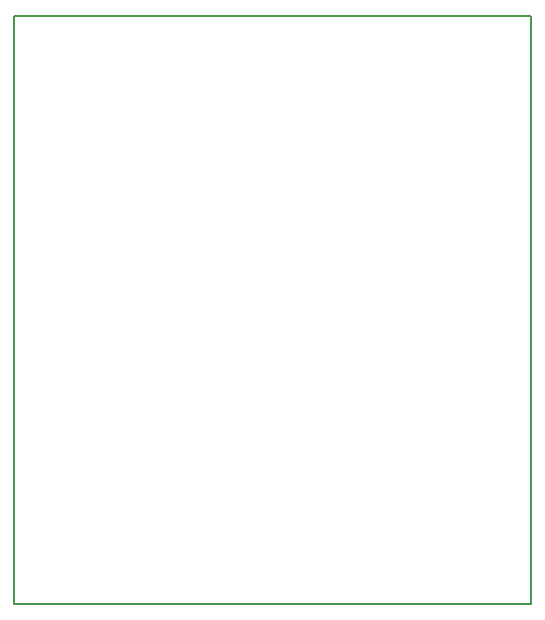
<source format=gm1>
G04 MADE WITH FRITZING*
G04 WWW.FRITZING.ORG*
G04 DOUBLE SIDED*
G04 HOLES PLATED*
G04 CONTOUR ON CENTER OF CONTOUR VECTOR*
%ASAXBY*%
%FSLAX23Y23*%
%MOIN*%
%OFA0B0*%
%SFA1.0B1.0*%
%ADD10R,1.732280X1.968500*%
%ADD11C,0.008000*%
%ADD10C,0.008*%
%LNCONTOUR*%
G90*
G70*
G54D10*
G54D11*
X4Y1965D02*
X1728Y1965D01*
X1728Y4D01*
X4Y4D01*
X4Y1965D01*
D02*
G04 End of contour*
M02*
</source>
